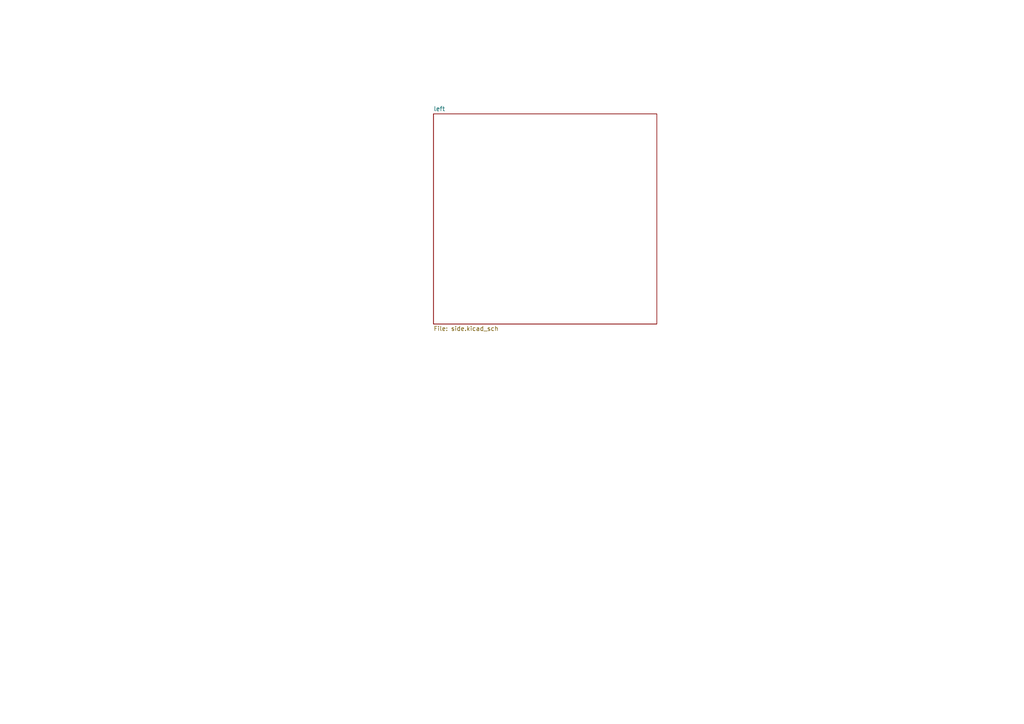
<source format=kicad_sch>
(kicad_sch
	(version 20250114)
	(generator "eeschema")
	(generator_version "9.0")
	(uuid "2d97cfa9-2af5-4fdf-a095-2db715cf104d")
	(paper "A4")
	(lib_symbols)
	(sheet
		(at 125.73 33.02)
		(size 64.77 60.96)
		(exclude_from_sim no)
		(in_bom yes)
		(on_board yes)
		(dnp no)
		(fields_autoplaced yes)
		(stroke
			(width 0.1524)
			(type solid)
		)
		(fill
			(color 0 0 0 0.0000)
		)
		(uuid "3854c269-fb0a-4cae-b3e7-c7475dae8486")
		(property "Sheetname" "left"
			(at 125.73 32.3084 0)
			(effects
				(font
					(size 1.27 1.27)
				)
				(justify left bottom)
			)
		)
		(property "Sheetfile" "side.kicad_sch"
			(at 125.73 94.5646 0)
			(effects
				(font
					(size 1.27 1.27)
				)
				(justify left top)
			)
		)
		(instances
			(project "Split Keyboard"
				(path "/2d97cfa9-2af5-4fdf-a095-2db715cf104d"
					(page "3")
				)
			)
		)
	)
	(sheet_instances
		(path "/"
			(page "1")
		)
	)
	(embedded_fonts no)
)

</source>
